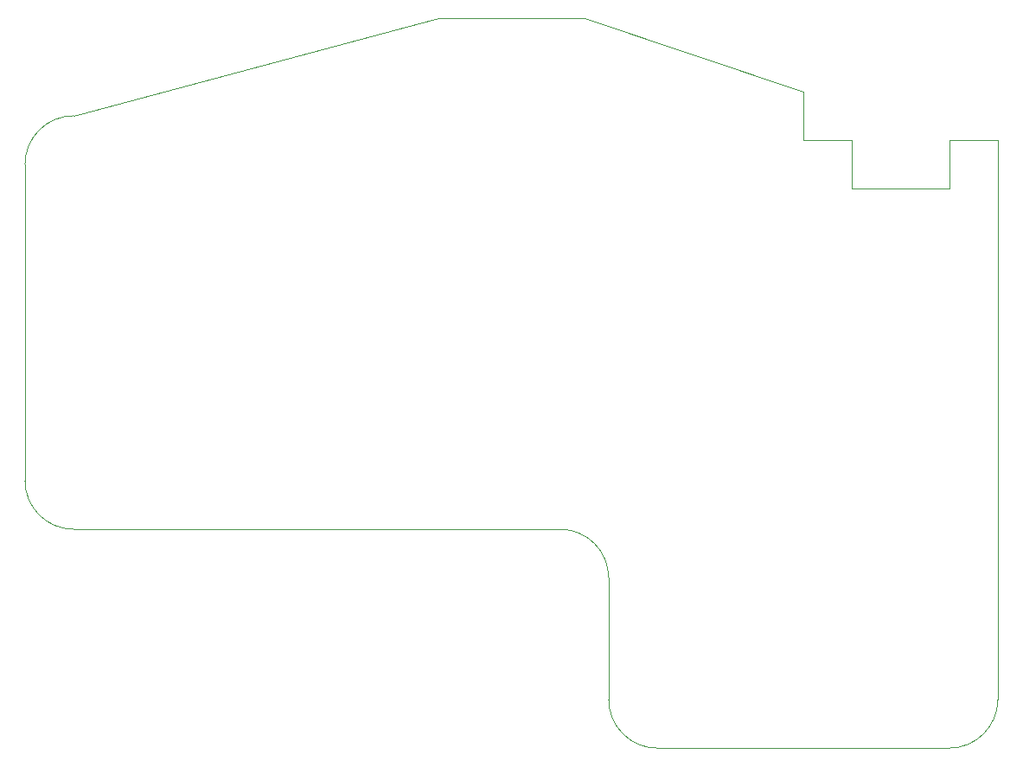
<source format=gm1>
G04 #@! TF.GenerationSoftware,KiCad,Pcbnew,(5.1.0-0)*
G04 #@! TF.CreationDate,2019-07-24T22:08:00+02:00*
G04 #@! TF.ProjectId,tutorial,7475746f-7269-4616-9c2e-6b696361645f,rev?*
G04 #@! TF.SameCoordinates,Original*
G04 #@! TF.FileFunction,Profile,NP*
%FSLAX46Y46*%
G04 Gerber Fmt 4.6, Leading zero omitted, Abs format (unit mm)*
G04 Created by KiCad (PCBNEW (5.1.0-0)) date 2019-07-24 22:08:00*
%MOMM*%
%LPD*%
G04 APERTURE LIST*
%ADD10C,0.120000*%
G04 APERTURE END LIST*
D10*
X142875000Y-21431250D02*
X142875000Y-16668750D01*
X147637500Y-21431250D02*
X142875000Y-21431250D01*
X157162500Y-21431250D02*
X157162500Y-26193750D01*
X161925000Y-21431250D02*
X157162500Y-21431250D01*
X147637500Y-26193750D02*
X147637500Y-21431250D01*
X157162500Y-26193750D02*
X147637500Y-26193750D01*
X119062500Y-59531250D02*
G75*
G02X123825000Y-64293750I0J-4762500D01*
G01*
X128587500Y-80962500D02*
G75*
G02X123825000Y-76200000I0J4762500D01*
G01*
X66675000Y-23812500D02*
G75*
G02X71437500Y-19050000I4762500J0D01*
G01*
X71437500Y-59531250D02*
G75*
G02X66675000Y-54768750I0J4762500D01*
G01*
X161925000Y-76200000D02*
G75*
G02X157162500Y-80962500I-4762500J0D01*
G01*
X128587500Y-80962500D02*
X157162500Y-80962500D01*
X123825000Y-64293750D02*
X123825000Y-76200000D01*
X66675000Y-54768750D02*
X66675000Y-23812500D01*
X119062500Y-59531250D02*
X71437500Y-59531250D01*
X161925000Y-50006250D02*
X161925000Y-76200000D01*
X161925000Y-21431250D02*
X161925000Y-50006250D01*
X121443750Y-9525000D02*
X142875000Y-16668750D01*
X107156250Y-9525000D02*
X121443750Y-9525000D01*
X71437500Y-19050000D02*
X107156250Y-9525000D01*
M02*

</source>
